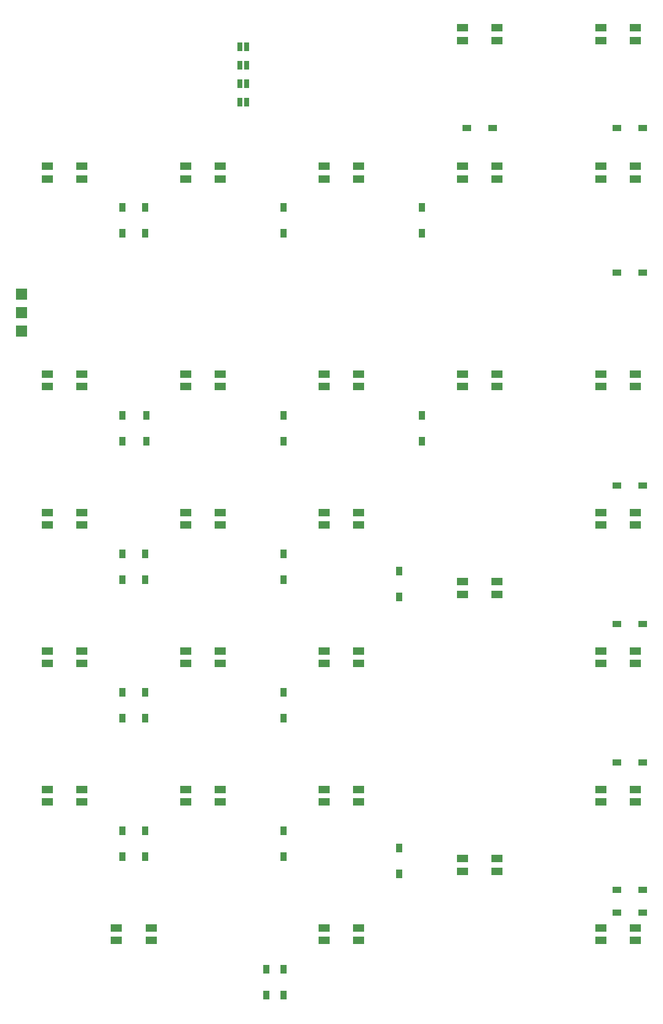
<source format=gbp>
G04 #@! TF.GenerationSoftware,KiCad,Pcbnew,(5.0.0)*
G04 #@! TF.CreationDate,2018-09-18T23:33:11-07:00*
G04 #@! TF.ProjectId,chiral,63686972616C2E6B696361645F706362,v0.2*
G04 #@! TF.SameCoordinates,Original*
G04 #@! TF.FileFunction,Paste,Bot*
G04 #@! TF.FilePolarity,Positive*
%FSLAX46Y46*%
G04 Gerber Fmt 4.6, Leading zero omitted, Abs format (unit mm)*
G04 Created by KiCad (PCBNEW (5.0.0)) date 09/18/18 23:33:11*
%MOMM*%
%LPD*%
G01*
G04 APERTURE LIST*
%ADD10R,1.300000X0.950000*%
%ADD11R,0.950000X1.300000*%
%ADD12R,0.635000X1.143000*%
%ADD13R,1.524000X1.524000*%
%ADD14R,1.600000X1.000000*%
G04 APERTURE END LIST*
D10*
G04 #@! TO.C,D1*
X106550000Y-55562500D03*
X103000000Y-55562500D03*
G04 #@! TD*
G04 #@! TO.C,D2*
X127187968Y-55562500D03*
X123637968Y-55562500D03*
G04 #@! TD*
D11*
G04 #@! TO.C,D3*
X55562968Y-70036578D03*
X55562968Y-66486578D03*
G04 #@! TD*
G04 #@! TO.C,D4*
X58737968Y-66486578D03*
X58737968Y-70036578D03*
G04 #@! TD*
G04 #@! TO.C,D5*
X77787968Y-70036578D03*
X77787968Y-66486578D03*
G04 #@! TD*
G04 #@! TO.C,D6*
X96837968Y-66486578D03*
X96837968Y-70036578D03*
G04 #@! TD*
D10*
G04 #@! TO.C,D7*
X127187968Y-75405328D03*
X123637968Y-75405328D03*
G04 #@! TD*
D11*
G04 #@! TO.C,D8*
X55562968Y-95061578D03*
X55562968Y-98611578D03*
G04 #@! TD*
G04 #@! TO.C,D9*
X58925468Y-98611578D03*
X58925468Y-95061578D03*
G04 #@! TD*
G04 #@! TO.C,D10*
X77787968Y-95061578D03*
X77787968Y-98611578D03*
G04 #@! TD*
G04 #@! TO.C,D11*
X96837968Y-98611578D03*
X96837968Y-95061578D03*
G04 #@! TD*
D10*
G04 #@! TO.C,D12*
X123637968Y-104774078D03*
X127187968Y-104774078D03*
G04 #@! TD*
D11*
G04 #@! TO.C,D13*
X55562968Y-114111578D03*
X55562968Y-117661578D03*
G04 #@! TD*
G04 #@! TO.C,D14*
X58737968Y-114111578D03*
X58737968Y-117661578D03*
G04 #@! TD*
G04 #@! TO.C,D15*
X77787968Y-117661578D03*
X77787968Y-114111578D03*
G04 #@! TD*
G04 #@! TO.C,D16*
X93662968Y-120042828D03*
X93662968Y-116492828D03*
G04 #@! TD*
D10*
G04 #@! TO.C,D17*
X127187968Y-123824078D03*
X123637968Y-123824078D03*
G04 #@! TD*
D11*
G04 #@! TO.C,D18*
X55562968Y-136711578D03*
X55562968Y-133161578D03*
G04 #@! TD*
G04 #@! TO.C,D19*
X58737968Y-133161578D03*
X58737968Y-136711578D03*
G04 #@! TD*
G04 #@! TO.C,D20*
X77787968Y-136711578D03*
X77787968Y-133161578D03*
G04 #@! TD*
D10*
G04 #@! TO.C,D21*
X123637968Y-142874078D03*
X127187968Y-142874078D03*
G04 #@! TD*
D11*
G04 #@! TO.C,D22*
X55562968Y-155761578D03*
X55562968Y-152211578D03*
G04 #@! TD*
G04 #@! TO.C,D23*
X58737968Y-152211578D03*
X58737968Y-155761578D03*
G04 #@! TD*
G04 #@! TO.C,D24*
X77787968Y-155761578D03*
X77787968Y-152211578D03*
G04 #@! TD*
G04 #@! TO.C,D25*
X93662968Y-158142828D03*
X93662968Y-154592828D03*
G04 #@! TD*
D10*
G04 #@! TO.C,D26*
X127187968Y-160336578D03*
X123637968Y-160336578D03*
G04 #@! TD*
D11*
G04 #@! TO.C,D27*
X75406718Y-171261578D03*
X75406718Y-174811578D03*
G04 #@! TD*
G04 #@! TO.C,D28*
X77787968Y-174811578D03*
X77787968Y-171261578D03*
G04 #@! TD*
D10*
G04 #@! TO.C,D29*
X123637968Y-163511578D03*
X127187968Y-163511578D03*
G04 #@! TD*
D12*
G04 #@! TO.C,JP8*
X72725380Y-44335000D03*
X71724620Y-44335000D03*
G04 #@! TD*
G04 #@! TO.C,JP9*
X71724240Y-46875000D03*
X72725000Y-46875000D03*
G04 #@! TD*
G04 #@! TO.C,JP10*
X71724240Y-49415000D03*
X72725000Y-49415000D03*
G04 #@! TD*
G04 #@! TO.C,JP11*
X72725380Y-51955000D03*
X71724620Y-51955000D03*
G04 #@! TD*
D13*
G04 #@! TO.C,P2*
X41675000Y-78422500D03*
X41675000Y-80962500D03*
X41675000Y-83502500D03*
G04 #@! TD*
D14*
G04 #@! TO.C,U1*
X107175000Y-43498740D03*
X107175000Y-41748740D03*
X102375000Y-41748740D03*
X102375000Y-43498740D03*
G04 #@! TD*
G04 #@! TO.C,U2*
X126225000Y-43498740D03*
X126225000Y-41748740D03*
X121425000Y-41748740D03*
X121425000Y-43498740D03*
G04 #@! TD*
G04 #@! TO.C,U3*
X45225000Y-62548740D03*
X45225000Y-60798740D03*
X50025000Y-60798740D03*
X50025000Y-62548740D03*
G04 #@! TD*
G04 #@! TO.C,U4*
X69075000Y-62548740D03*
X69075000Y-60798740D03*
X64275000Y-60798740D03*
X64275000Y-62548740D03*
G04 #@! TD*
G04 #@! TO.C,U5*
X88125000Y-62548740D03*
X88125000Y-60798740D03*
X83325000Y-60798740D03*
X83325000Y-62548740D03*
G04 #@! TD*
G04 #@! TO.C,U6*
X102375000Y-62548740D03*
X102375000Y-60798740D03*
X107175000Y-60798740D03*
X107175000Y-62548740D03*
G04 #@! TD*
G04 #@! TO.C,U7*
X126225000Y-62548740D03*
X126225000Y-60798740D03*
X121425000Y-60798740D03*
X121425000Y-62548740D03*
G04 #@! TD*
G04 #@! TO.C,U8*
X50025000Y-91123740D03*
X50025000Y-89373740D03*
X45225000Y-89373740D03*
X45225000Y-91123740D03*
G04 #@! TD*
G04 #@! TO.C,U9*
X64275000Y-91123740D03*
X64275000Y-89373740D03*
X69075000Y-89373740D03*
X69075000Y-91123740D03*
G04 #@! TD*
G04 #@! TO.C,U10*
X83325000Y-91123740D03*
X83325000Y-89373740D03*
X88125000Y-89373740D03*
X88125000Y-91123740D03*
G04 #@! TD*
G04 #@! TO.C,U11*
X102375000Y-91123740D03*
X102375000Y-89373740D03*
X107175000Y-89373740D03*
X107175000Y-91123740D03*
G04 #@! TD*
G04 #@! TO.C,U12*
X126225000Y-91123740D03*
X126225000Y-89373740D03*
X121425000Y-89373740D03*
X121425000Y-91123740D03*
G04 #@! TD*
G04 #@! TO.C,U13*
X50025000Y-110173740D03*
X50025000Y-108423740D03*
X45225000Y-108423740D03*
X45225000Y-110173740D03*
G04 #@! TD*
G04 #@! TO.C,U14*
X64275000Y-110173740D03*
X64275000Y-108423740D03*
X69075000Y-108423740D03*
X69075000Y-110173740D03*
G04 #@! TD*
G04 #@! TO.C,U15*
X88125000Y-110173740D03*
X88125000Y-108423740D03*
X83325000Y-108423740D03*
X83325000Y-110173740D03*
G04 #@! TD*
G04 #@! TO.C,U16*
X102375000Y-119698740D03*
X102375000Y-117948740D03*
X107175000Y-117948740D03*
X107175000Y-119698740D03*
G04 #@! TD*
G04 #@! TO.C,U17*
X121425000Y-110173740D03*
X121425000Y-108423740D03*
X126225000Y-108423740D03*
X126225000Y-110173740D03*
G04 #@! TD*
G04 #@! TO.C,U18*
X45225000Y-129223740D03*
X45225000Y-127473740D03*
X50025000Y-127473740D03*
X50025000Y-129223740D03*
G04 #@! TD*
G04 #@! TO.C,U19*
X64275000Y-129223740D03*
X64275000Y-127473740D03*
X69075000Y-127473740D03*
X69075000Y-129223740D03*
G04 #@! TD*
G04 #@! TO.C,U20*
X88125000Y-129223740D03*
X88125000Y-127473740D03*
X83325000Y-127473740D03*
X83325000Y-129223740D03*
G04 #@! TD*
G04 #@! TO.C,U21*
X121425000Y-129223740D03*
X121425000Y-127473740D03*
X126225000Y-127473740D03*
X126225000Y-129223740D03*
G04 #@! TD*
G04 #@! TO.C,U22*
X45225000Y-148273740D03*
X45225000Y-146523740D03*
X50025000Y-146523740D03*
X50025000Y-148273740D03*
G04 #@! TD*
G04 #@! TO.C,U23*
X69075000Y-148273740D03*
X69075000Y-146523740D03*
X64275000Y-146523740D03*
X64275000Y-148273740D03*
G04 #@! TD*
G04 #@! TO.C,U24*
X88125000Y-148273740D03*
X88125000Y-146523740D03*
X83325000Y-146523740D03*
X83325000Y-148273740D03*
G04 #@! TD*
G04 #@! TO.C,U25*
X102375000Y-157798740D03*
X102375000Y-156048740D03*
X107175000Y-156048740D03*
X107175000Y-157798740D03*
G04 #@! TD*
G04 #@! TO.C,U26*
X126225000Y-148273740D03*
X126225000Y-146523740D03*
X121425000Y-146523740D03*
X121425000Y-148273740D03*
G04 #@! TD*
G04 #@! TO.C,U27*
X59550000Y-167323740D03*
X59550000Y-165573740D03*
X54750000Y-165573740D03*
X54750000Y-167323740D03*
G04 #@! TD*
G04 #@! TO.C,U28*
X83325000Y-167323740D03*
X83325000Y-165573740D03*
X88125000Y-165573740D03*
X88125000Y-167323740D03*
G04 #@! TD*
G04 #@! TO.C,U29*
X126225000Y-167323740D03*
X126225000Y-165573740D03*
X121425000Y-165573740D03*
X121425000Y-167323740D03*
G04 #@! TD*
M02*

</source>
